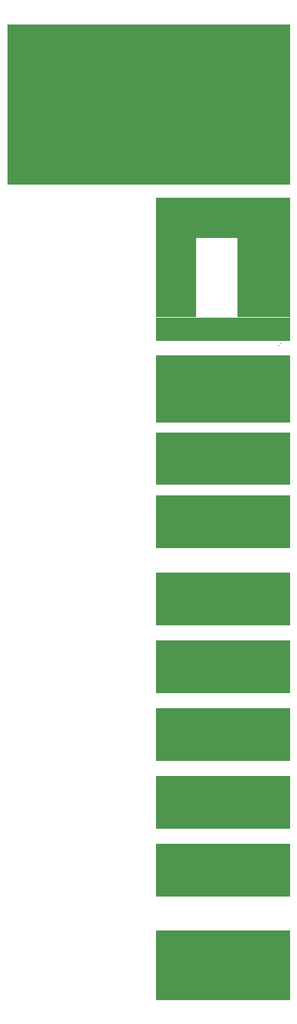
<source format=gbr>
G04 #@! TF.GenerationSoftware,KiCad,Pcbnew,(5.1.0)-1*
G04 #@! TF.CreationDate,2019-07-29T16:37:05-07:00*
G04 #@! TF.ProjectId,Watch V4,57617463-6820-4563-942e-6b696361645f,rev?*
G04 #@! TF.SameCoordinates,Original*
G04 #@! TF.FileFunction,Drawing*
%FSLAX46Y46*%
G04 Gerber Fmt 4.6, Leading zero omitted, Abs format (unit mm)*
G04 Created by KiCad (PCBNEW (5.1.0)-1) date 2019-07-29 16:37:05*
%MOMM*%
%LPD*%
G04 APERTURE LIST*
%ADD10C,0.100000*%
%ADD11C,0.200000*%
G04 APERTURE END LIST*
D10*
G36*
X162433000Y-89281000D02*
G01*
X144399000Y-89281000D01*
X144399000Y-82296000D01*
X162433000Y-82296000D01*
X162433000Y-89281000D01*
G37*
X162433000Y-89281000D02*
X144399000Y-89281000D01*
X144399000Y-82296000D01*
X162433000Y-82296000D01*
X162433000Y-89281000D01*
G36*
X162433000Y-66700400D02*
G01*
X155397200Y-66700400D01*
X155397200Y-56108600D01*
X162433000Y-56108600D01*
X162433000Y-66700400D01*
G37*
X162433000Y-66700400D02*
X155397200Y-66700400D01*
X155397200Y-56108600D01*
X162433000Y-56108600D01*
X162433000Y-66700400D01*
G36*
X149733000Y-66700400D02*
G01*
X144399000Y-66700400D01*
X144399000Y-56108600D01*
X149733000Y-56108600D01*
X149733000Y-66700400D01*
G37*
X149733000Y-66700400D02*
X144399000Y-66700400D01*
X144399000Y-56108600D01*
X149733000Y-56108600D01*
X149733000Y-66700400D01*
G36*
X162433000Y-56007000D02*
G01*
X144399000Y-56007000D01*
X144399000Y-50673000D01*
X162433000Y-50673000D01*
X162433000Y-56007000D01*
G37*
X162433000Y-56007000D02*
X144399000Y-56007000D01*
X144399000Y-50673000D01*
X162433000Y-50673000D01*
X162433000Y-56007000D01*
G36*
X162433000Y-48768000D02*
G01*
X124333000Y-48768000D01*
X124333000Y-27305000D01*
X162433000Y-27305000D01*
X162433000Y-48768000D01*
G37*
X162433000Y-48768000D02*
X124333000Y-48768000D01*
X124333000Y-27305000D01*
X162433000Y-27305000D01*
X162433000Y-48768000D01*
G36*
X162433000Y-69850000D02*
G01*
X144399000Y-69850000D01*
X144399000Y-66802000D01*
X162433000Y-66802000D01*
X162433000Y-69850000D01*
G37*
X162433000Y-69850000D02*
X144399000Y-69850000D01*
X144399000Y-66802000D01*
X162433000Y-66802000D01*
X162433000Y-69850000D01*
G36*
X162433000Y-80899000D02*
G01*
X144399000Y-80899000D01*
X144399000Y-71882000D01*
X162433000Y-71882000D01*
X162433000Y-80899000D01*
G37*
X162433000Y-80899000D02*
X144399000Y-80899000D01*
X144399000Y-71882000D01*
X162433000Y-71882000D01*
X162433000Y-80899000D01*
G36*
X162433000Y-97790000D02*
G01*
X144399000Y-97790000D01*
X144399000Y-90805000D01*
X162433000Y-90805000D01*
X162433000Y-97790000D01*
G37*
X162433000Y-97790000D02*
X144399000Y-97790000D01*
X144399000Y-90805000D01*
X162433000Y-90805000D01*
X162433000Y-97790000D01*
G36*
X162433000Y-108204000D02*
G01*
X144399000Y-108204000D01*
X144399000Y-101219000D01*
X162433000Y-101219000D01*
X162433000Y-108204000D01*
G37*
X162433000Y-108204000D02*
X144399000Y-108204000D01*
X144399000Y-101219000D01*
X162433000Y-101219000D01*
X162433000Y-108204000D01*
G36*
X162433000Y-117348000D02*
G01*
X144399000Y-117348000D01*
X144399000Y-110363000D01*
X162433000Y-110363000D01*
X162433000Y-117348000D01*
G37*
X162433000Y-117348000D02*
X144399000Y-117348000D01*
X144399000Y-110363000D01*
X162433000Y-110363000D01*
X162433000Y-117348000D01*
G36*
X162433000Y-126492000D02*
G01*
X144399000Y-126492000D01*
X144399000Y-119507000D01*
X162433000Y-119507000D01*
X162433000Y-126492000D01*
G37*
X162433000Y-126492000D02*
X144399000Y-126492000D01*
X144399000Y-119507000D01*
X162433000Y-119507000D01*
X162433000Y-126492000D01*
G36*
X162433000Y-135636000D02*
G01*
X144399000Y-135636000D01*
X144399000Y-128651000D01*
X162433000Y-128651000D01*
X162433000Y-135636000D01*
G37*
X162433000Y-135636000D02*
X144399000Y-135636000D01*
X144399000Y-128651000D01*
X162433000Y-128651000D01*
X162433000Y-135636000D01*
G36*
X162433000Y-144780000D02*
G01*
X144399000Y-144780000D01*
X144399000Y-137795000D01*
X162433000Y-137795000D01*
X162433000Y-144780000D01*
G37*
X162433000Y-144780000D02*
X144399000Y-144780000D01*
X144399000Y-137795000D01*
X162433000Y-137795000D01*
X162433000Y-144780000D01*
G36*
X162433000Y-158750000D02*
G01*
X144399000Y-158750000D01*
X144399000Y-149479000D01*
X162433000Y-149479000D01*
X162433000Y-158750000D01*
G37*
X162433000Y-158750000D02*
X144399000Y-158750000D01*
X144399000Y-149479000D01*
X162433000Y-149479000D01*
X162433000Y-158750000D01*
D11*
X161242600Y-70293001D02*
X161242600Y-70293001D01*
X160992600Y-70543001D02*
X160992600Y-70543001D01*
M02*

</source>
